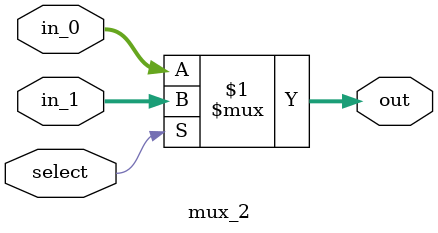
<source format=v>
`timescale 1ns/1ns

module mux_2(in_0, in_1, select, out);
	input [31:0] in_0, in_1;
	input select;
	output [31:0] out;

	assign out = select ? in_1 : in_0;
endmodule
</source>
